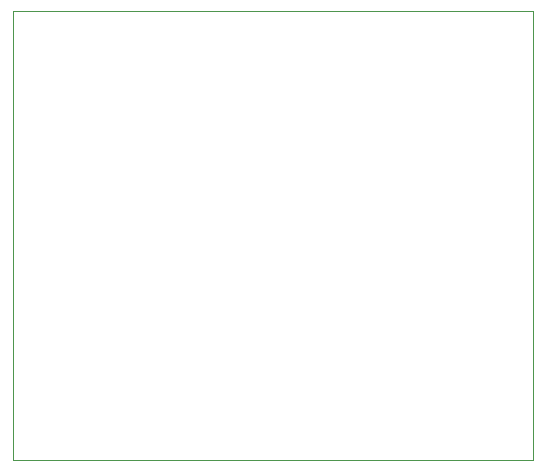
<source format=gbr>
G04 Output by ViewMate Deluxe V11.14.61  PentaLogix*
G04 Tue Mar 19 21:36:49 2024*
%IPPOS*%
%FSLIX55Y55*%
%MOIN*%
%ADD10C,0.0*%

%LPD*%
X0Y0D2*D10*G1X-33184Y-9225D2*X173326D1*Y149553*X-173326*Y-149553*X33184Y9225D2*M02*
</source>
